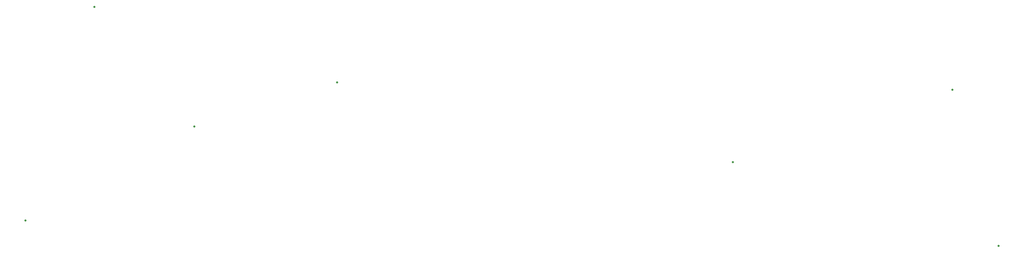
<source format=gbr>
%TF.GenerationSoftware,KiCad,Pcbnew,(5.1.10)-1*%
%TF.CreationDate,2021-06-29T00:41:49-07:00*%
%TF.ProjectId,HSC_Alice_plate,4853435f-416c-4696-9365-5f706c617465,rev?*%
%TF.SameCoordinates,Original*%
%TF.FileFunction,Copper,L2,Bot*%
%TF.FilePolarity,Positive*%
%FSLAX46Y46*%
G04 Gerber Fmt 4.6, Leading zero omitted, Abs format (unit mm)*
G04 Created by KiCad (PCBNEW (5.1.10)-1) date 2021-06-29 00:41:49*
%MOMM*%
%LPD*%
G01*
G04 APERTURE LIST*
%TA.AperFunction,ViaPad*%
%ADD10C,0.800000*%
%TD*%
G04 APERTURE END LIST*
D10*
%TO.N,*%
X49936400Y-66954400D03*
X200177400Y-97256600D03*
X283464000Y-69748400D03*
X301015400Y-129133600D03*
X-4241800Y-83693000D03*
X-42113200Y-38277800D03*
X-68300600Y-119456200D03*
%TD*%
M02*

</source>
